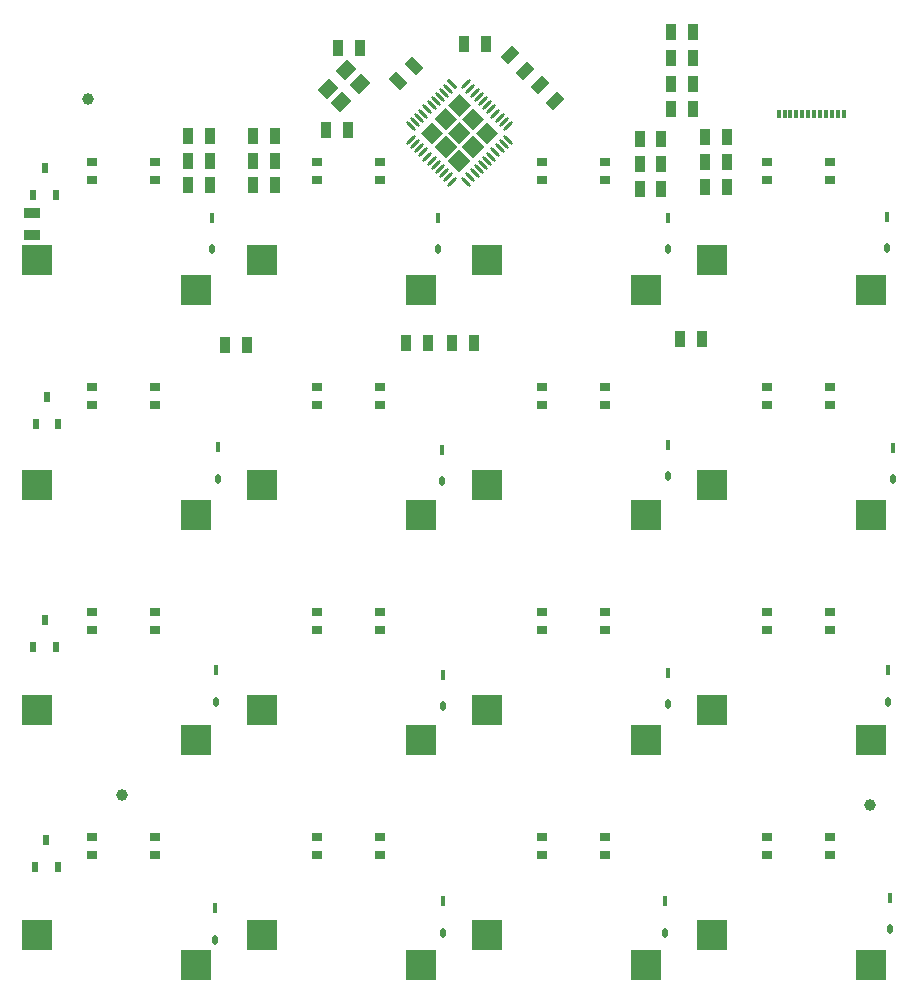
<source format=gtp>
G04*
G04 #@! TF.GenerationSoftware,Altium Limited,Altium Designer,20.2.5 (213)*
G04*
G04 Layer_Color=8421504*
%FSLAX25Y25*%
%MOIN*%
G70*
G04*
G04 #@! TF.SameCoordinates,1507EDD1-6C34-405B-B7BF-0C5FC60213AE*
G04*
G04*
G04 #@! TF.FilePolarity,Positive*
G04*
G01*
G75*
%ADD13R,0.03740X0.02756*%
%ADD14R,0.10039X0.09843*%
%ADD15R,0.03740X0.05512*%
%ADD16R,0.01181X0.03150*%
%ADD17C,0.03937*%
G04:AMPARAMS|DCode=18|XSize=9.84mil|YSize=41.34mil|CornerRadius=0mil|HoleSize=0mil|Usage=FLASHONLY|Rotation=45.000|XOffset=0mil|YOffset=0mil|HoleType=Round|Shape=Rectangle|*
%AMROTATEDRECTD18*
4,1,4,0.01114,-0.01810,-0.01810,0.01114,-0.01114,0.01810,0.01810,-0.01114,0.01114,-0.01810,0.0*
%
%ADD18ROTATEDRECTD18*%

G04:AMPARAMS|DCode=19|XSize=9.84mil|YSize=41.34mil|CornerRadius=0mil|HoleSize=0mil|Usage=FLASHONLY|Rotation=45.000|XOffset=0mil|YOffset=0mil|HoleType=Round|Shape=Round|*
%AMOVALD19*
21,1,0.03150,0.00984,0.00000,0.00000,135.0*
1,1,0.00984,0.01114,-0.01114*
1,1,0.00984,-0.01114,0.01114*
%
%ADD19OVALD19*%

G04:AMPARAMS|DCode=20|XSize=9.84mil|YSize=41.34mil|CornerRadius=0mil|HoleSize=0mil|Usage=FLASHONLY|Rotation=315.000|XOffset=0mil|YOffset=0mil|HoleType=Round|Shape=Round|*
%AMOVALD20*
21,1,0.03150,0.00984,0.00000,0.00000,45.0*
1,1,0.00984,-0.01114,-0.01114*
1,1,0.00984,0.01114,0.01114*
%
%ADD20OVALD20*%

%ADD21R,0.01772X0.03347*%
%ADD22O,0.01772X0.03347*%
G04:AMPARAMS|DCode=23|XSize=55.12mil|YSize=37.4mil|CornerRadius=0mil|HoleSize=0mil|Usage=FLASHONLY|Rotation=45.000|XOffset=0mil|YOffset=0mil|HoleType=Round|Shape=Rectangle|*
%AMROTATEDRECTD23*
4,1,4,-0.00626,-0.03271,-0.03271,-0.00626,0.00626,0.03271,0.03271,0.00626,-0.00626,-0.03271,0.0*
%
%ADD23ROTATEDRECTD23*%

%ADD24R,0.02362X0.03543*%
G04:AMPARAMS|DCode=25|XSize=43.31mil|YSize=55.12mil|CornerRadius=0mil|HoleSize=0mil|Usage=FLASHONLY|Rotation=135.000|XOffset=0mil|YOffset=0mil|HoleType=Round|Shape=Rectangle|*
%AMROTATEDRECTD25*
4,1,4,0.03480,0.00418,-0.00418,-0.03480,-0.03480,-0.00418,0.00418,0.03480,0.03480,0.00418,0.0*
%
%ADD25ROTATEDRECTD25*%

G04:AMPARAMS|DCode=26|XSize=55.12mil|YSize=37.4mil|CornerRadius=0mil|HoleSize=0mil|Usage=FLASHONLY|Rotation=315.000|XOffset=0mil|YOffset=0mil|HoleType=Round|Shape=Rectangle|*
%AMROTATEDRECTD26*
4,1,4,-0.03271,0.00626,-0.00626,0.03271,0.03271,-0.00626,0.00626,-0.03271,-0.03271,0.00626,0.0*
%
%ADD26ROTATEDRECTD26*%

%ADD27R,0.05512X0.03740*%
G36*
X5497Y153797D02*
X1739Y150039D01*
X-2019Y153797D01*
X1739Y157556D01*
X5497Y153797D01*
D02*
G37*
G36*
X10090Y149204D02*
X6332Y145446D01*
X2574Y149204D01*
X6332Y152962D01*
X10090Y149204D01*
D02*
G37*
G36*
X904D02*
X-2855Y145446D01*
X-6613Y149204D01*
X-2855Y152962D01*
X904Y149204D01*
D02*
G37*
G36*
X14684Y144611D02*
X10926Y140852D01*
X7167Y144611D01*
X10926Y148369D01*
X14684Y144611D01*
D02*
G37*
G36*
X5497D02*
X1739Y140852D01*
X-2019Y144611D01*
X1739Y148369D01*
X5497Y144611D01*
D02*
G37*
G36*
X-3690D02*
X-7448Y140852D01*
X-11206Y144611D01*
X-7448Y148369D01*
X-3690Y144611D01*
D02*
G37*
G36*
X10090Y140017D02*
X6332Y136259D01*
X2574Y140017D01*
X6332Y143775D01*
X10090Y140017D01*
D02*
G37*
G36*
X904D02*
X-2855Y136259D01*
X-6613Y140017D01*
X-2855Y143775D01*
X904Y140017D01*
D02*
G37*
G36*
X5497Y135424D02*
X1739Y131666D01*
X-2019Y135424D01*
X1739Y139182D01*
X5497Y135424D01*
D02*
G37*
D13*
X29370Y129095D02*
D03*
X50433D02*
D03*
Y135000D02*
D03*
X29370D02*
D03*
X104370D02*
D03*
X125433D02*
D03*
Y129095D02*
D03*
X104370D02*
D03*
X-45630Y135000D02*
D03*
X-24567D02*
D03*
Y129095D02*
D03*
X-45630D02*
D03*
X-120630Y135000D02*
D03*
X-99567D02*
D03*
Y129095D02*
D03*
X-120630D02*
D03*
X104370Y60000D02*
D03*
X125433D02*
D03*
Y54094D02*
D03*
X104370D02*
D03*
X29370Y60000D02*
D03*
X50433D02*
D03*
Y54094D02*
D03*
X29370D02*
D03*
X-45630Y60000D02*
D03*
X-24567D02*
D03*
Y54094D02*
D03*
X-45630D02*
D03*
X-120630Y60000D02*
D03*
X-99567D02*
D03*
Y54094D02*
D03*
X-120630D02*
D03*
X104370Y-15000D02*
D03*
X125433D02*
D03*
Y-20906D02*
D03*
X104370D02*
D03*
X29370Y-15000D02*
D03*
X50433D02*
D03*
Y-20906D02*
D03*
X29370D02*
D03*
X-45630Y-15000D02*
D03*
X-24567D02*
D03*
Y-20906D02*
D03*
X-45630D02*
D03*
X-120630Y-15000D02*
D03*
X-99567D02*
D03*
Y-20906D02*
D03*
X-120630D02*
D03*
X104370Y-90000D02*
D03*
X125433D02*
D03*
Y-95906D02*
D03*
X104370D02*
D03*
X29370Y-90000D02*
D03*
X50433D02*
D03*
Y-95906D02*
D03*
X29370D02*
D03*
X-45630Y-90000D02*
D03*
X-24567D02*
D03*
Y-95906D02*
D03*
X-45630D02*
D03*
X-120630Y-90000D02*
D03*
X-99567D02*
D03*
Y-95906D02*
D03*
X-120630D02*
D03*
D14*
X63878Y92165D02*
D03*
X10925Y102165D02*
D03*
X85925D02*
D03*
X138878Y92165D02*
D03*
X-64075Y102165D02*
D03*
X-11122Y92165D02*
D03*
X-139075Y102165D02*
D03*
X-86122Y92165D02*
D03*
X85925Y27165D02*
D03*
X138878Y17165D02*
D03*
X10925Y27165D02*
D03*
X63878Y17165D02*
D03*
X-64075Y27165D02*
D03*
X-11122Y17165D02*
D03*
X-139075Y27165D02*
D03*
X-86122Y17165D02*
D03*
X85925Y-47835D02*
D03*
X138878Y-57835D02*
D03*
X10925Y-47835D02*
D03*
X63878Y-57835D02*
D03*
X-64075Y-47835D02*
D03*
X-11122Y-57835D02*
D03*
X-139075Y-47835D02*
D03*
X-86122Y-57835D02*
D03*
X85925Y-122835D02*
D03*
X138878Y-132835D02*
D03*
X10925Y-122835D02*
D03*
X63878Y-132835D02*
D03*
X-64075Y-122835D02*
D03*
X-11122Y-132835D02*
D03*
X-139075Y-122835D02*
D03*
X-86122Y-132835D02*
D03*
D15*
X10630Y174409D02*
D03*
X3347D02*
D03*
X-81496Y143701D02*
D03*
X-88779D02*
D03*
X90945Y134843D02*
D03*
X83661Y134843D02*
D03*
X90945Y143110D02*
D03*
X83661Y143110D02*
D03*
X90945Y126575D02*
D03*
X83662D02*
D03*
X82677Y75787D02*
D03*
X75394Y75787D02*
D03*
X79724Y178248D02*
D03*
X72441D02*
D03*
X79724Y169685D02*
D03*
X72441D02*
D03*
X79724Y160959D02*
D03*
X72441Y160959D02*
D03*
X79724Y152691D02*
D03*
X72441Y152691D02*
D03*
X69095Y142520D02*
D03*
X61811Y142520D02*
D03*
X69095Y134252D02*
D03*
X61811Y134252D02*
D03*
X69095Y125984D02*
D03*
X61811D02*
D03*
X6496Y74606D02*
D03*
X-787D02*
D03*
X-8858D02*
D03*
X-16142D02*
D03*
X-31496Y173031D02*
D03*
X-38780D02*
D03*
X-35531Y145669D02*
D03*
X-42815D02*
D03*
X-59646Y143701D02*
D03*
X-66929Y143701D02*
D03*
X-59646Y135433D02*
D03*
X-66929Y135433D02*
D03*
X-59646Y127165D02*
D03*
X-66929Y127165D02*
D03*
X-69095Y74016D02*
D03*
X-76378Y74016D02*
D03*
X-81496Y135433D02*
D03*
X-88779Y135433D02*
D03*
X-81496Y127165D02*
D03*
X-88779Y127165D02*
D03*
D16*
X108169Y150787D02*
D03*
X110138D02*
D03*
X112106D02*
D03*
X114075D02*
D03*
X116043D02*
D03*
X118012D02*
D03*
X119980D02*
D03*
X121949D02*
D03*
X123917D02*
D03*
X125886D02*
D03*
X127854D02*
D03*
X129823D02*
D03*
D17*
X-110827Y-76083D02*
D03*
X138779Y-79232D02*
D03*
X-122047Y155807D02*
D03*
D18*
X-558Y160827D02*
D03*
D19*
X-1950Y159435D02*
D03*
X-3342Y158043D02*
D03*
X-4734Y156651D02*
D03*
X-6126Y155259D02*
D03*
X-7518Y153867D02*
D03*
X-8910Y152475D02*
D03*
X-10301Y151083D02*
D03*
X-11693Y149691D02*
D03*
X-13085Y148299D02*
D03*
X-14477Y146907D02*
D03*
X4036Y128394D02*
D03*
X5427Y129786D02*
D03*
X6819Y131178D02*
D03*
X8211Y132570D02*
D03*
X9603Y133962D02*
D03*
X10995Y135354D02*
D03*
X12387Y136746D02*
D03*
X13779Y138138D02*
D03*
X15171Y139530D02*
D03*
X16563Y140922D02*
D03*
X17955Y142314D02*
D03*
D20*
X-14477D02*
D03*
X-13085Y140922D02*
D03*
X-11693Y139530D02*
D03*
X-10301Y138138D02*
D03*
X-8910Y136746D02*
D03*
X-7518Y135354D02*
D03*
X-6126Y133962D02*
D03*
X-4734Y132570D02*
D03*
X-3342Y131178D02*
D03*
X-1950Y129786D02*
D03*
X-558Y128394D02*
D03*
X17955Y146907D02*
D03*
X16563Y148299D02*
D03*
X15171Y149691D02*
D03*
X13779Y151083D02*
D03*
X12387Y152475D02*
D03*
X10995Y153867D02*
D03*
X9603Y155259D02*
D03*
X8211Y156651D02*
D03*
X6819Y158043D02*
D03*
X5427Y159435D02*
D03*
X4036Y160827D02*
D03*
D21*
X144390Y116634D02*
D03*
X71161Y116240D02*
D03*
X-5217D02*
D03*
X-80807D02*
D03*
X146358Y39665D02*
D03*
X71161Y40650D02*
D03*
X-4035Y39075D02*
D03*
X-78839Y39862D02*
D03*
X144783Y-34547D02*
D03*
X71161Y-35335D02*
D03*
X-3642Y-35925D02*
D03*
X-79232Y-34547D02*
D03*
X145177Y-110335D02*
D03*
X70177Y-111516D02*
D03*
X-3642D02*
D03*
X-79823Y-113878D02*
D03*
D22*
X144390Y106201D02*
D03*
X71161Y105807D02*
D03*
X-5217D02*
D03*
X-80807D02*
D03*
X146358Y29232D02*
D03*
X71161Y30217D02*
D03*
X-4035Y28642D02*
D03*
X-78839Y29429D02*
D03*
X144783Y-44980D02*
D03*
X71161Y-45768D02*
D03*
X-3642Y-46358D02*
D03*
X-79232Y-44980D02*
D03*
X145177Y-120768D02*
D03*
X70177Y-121949D02*
D03*
X-3642D02*
D03*
X-79823Y-124311D02*
D03*
D23*
X28626Y160449D02*
D03*
X33776Y155299D02*
D03*
X23737Y165338D02*
D03*
X18586Y170489D02*
D03*
D24*
X-135728Y56496D02*
D03*
X-139469Y47441D02*
D03*
X-131988D02*
D03*
X-135925Y-90945D02*
D03*
X-132185Y-100000D02*
D03*
X-139665Y-100000D02*
D03*
X-136516Y132874D02*
D03*
X-140256Y123819D02*
D03*
X-132776D02*
D03*
X-136516Y-17717D02*
D03*
X-140256Y-26772D02*
D03*
X-132776Y-26772D02*
D03*
D25*
X-31522Y161071D02*
D03*
X-35976Y165526D02*
D03*
X-42100Y159401D02*
D03*
X-37646Y154947D02*
D03*
D26*
X-13468Y166945D02*
D03*
X-18618Y161795D02*
D03*
D27*
X-140650Y117815D02*
D03*
X-140650Y110531D02*
D03*
M02*

</source>
